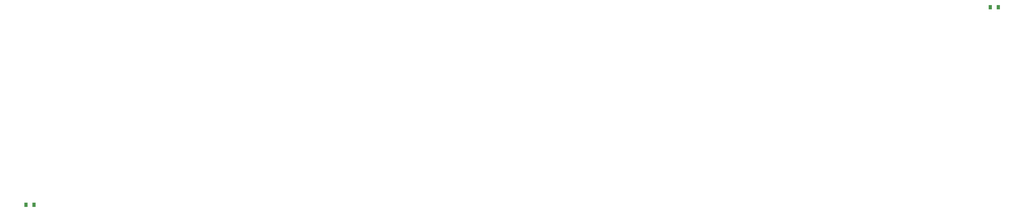
<source format=gbr>
%TF.GenerationSoftware,KiCad,Pcbnew,8.0.1*%
%TF.CreationDate,2025-07-07T19:41:59+09:00*%
%TF.ProjectId,lzIron_RP2040,6c7a4972-6f6e-45f5-9250-323034302e6b,rev?*%
%TF.SameCoordinates,Original*%
%TF.FileFunction,Paste,Bot*%
%TF.FilePolarity,Positive*%
%FSLAX46Y46*%
G04 Gerber Fmt 4.6, Leading zero omitted, Abs format (unit mm)*
G04 Created by KiCad (PCBNEW 8.0.1) date 2025-07-07 19:41:59*
%MOMM*%
%LPD*%
G01*
G04 APERTURE LIST*
%ADD10R,1.000000X1.400000*%
G04 APERTURE END LIST*
D10*
%TO.C,D92*%
X-5124999Y-121675000D03*
X-2625001Y-121675000D03*
%TD*%
%TO.C,D90*%
X302425000Y-59075000D03*
X299925000Y-59075000D03*
%TD*%
M02*

</source>
